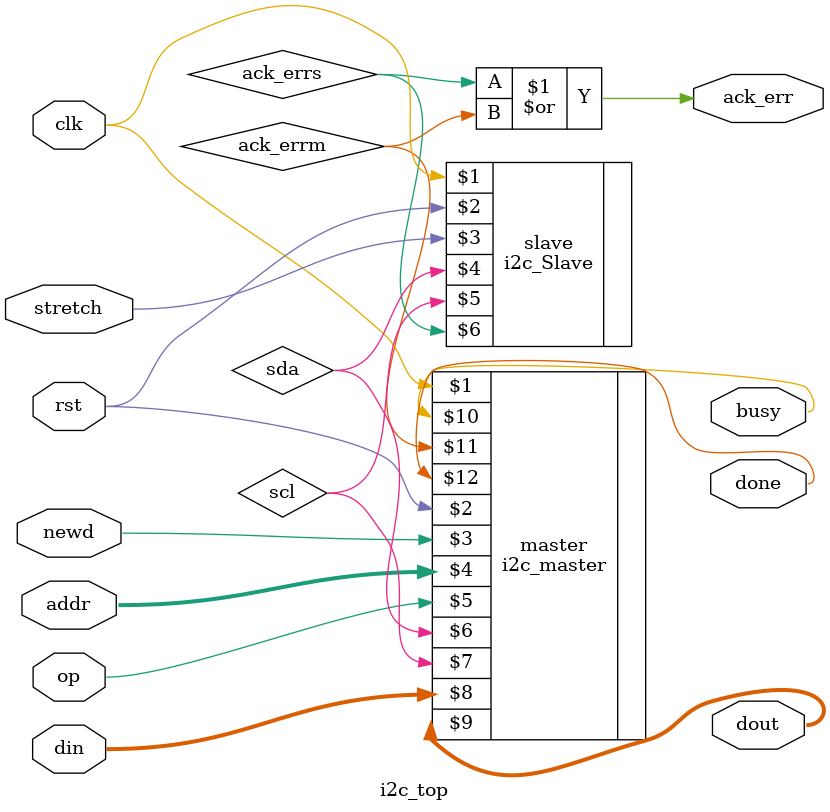
<source format=v>


`include "master.v"
`include "slave.v"

`timescale 1ns / 1ps
 
module i2c_top(
input clk, rst, newd, op, stretch,
input [6:0] addr,
input [7:0] din,
output [7:0] dout,
output busy,ack_err,
output done
);
wire sda, scl;
wire ack_errm, ack_errs;
 
i2c_master master (clk, rst, newd, addr, op, sda, scl, din, dout, busy, ack_errm , done);
i2c_Slave slave (clk, rst, stretch, sda, scl, ack_errs, );
 
assign ack_err = ack_errs | ack_errm;
 
 
endmodule
</source>
